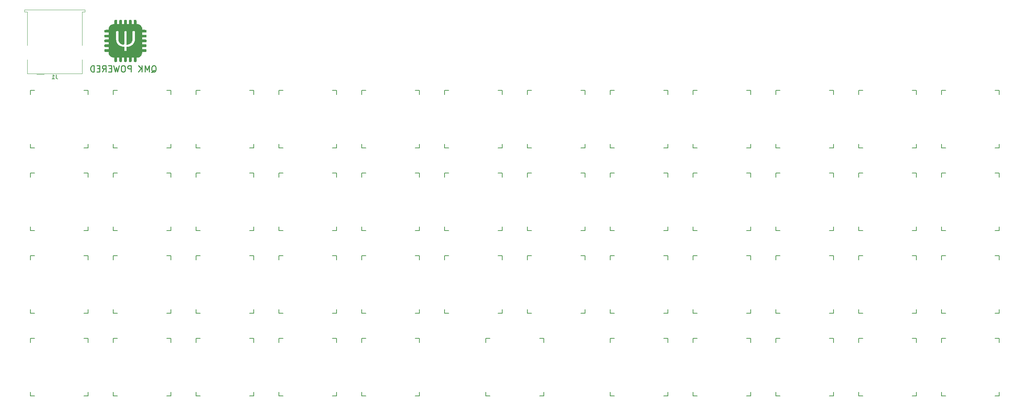
<source format=gbr>
G04 #@! TF.GenerationSoftware,KiCad,Pcbnew,5.1.12-84ad8e8a86~92~ubuntu20.04.1*
G04 #@! TF.CreationDate,2021-12-05T18:43:19-05:00*
G04 #@! TF.ProjectId,Keyboard_JPP,4b657962-6f61-4726-945f-4a50502e6b69,rev?*
G04 #@! TF.SameCoordinates,Original*
G04 #@! TF.FileFunction,Legend,Bot*
G04 #@! TF.FilePolarity,Positive*
%FSLAX46Y46*%
G04 Gerber Fmt 4.6, Leading zero omitted, Abs format (unit mm)*
G04 Created by KiCad (PCBNEW 5.1.12-84ad8e8a86~92~ubuntu20.04.1) date 2021-12-05 18:43:19*
%MOMM*%
%LPD*%
G01*
G04 APERTURE LIST*
%ADD10C,0.250000*%
%ADD11C,0.010000*%
%ADD12C,0.150000*%
%ADD13C,0.120000*%
G04 APERTURE END LIST*
D10*
X59689142Y-49081428D02*
X59832000Y-49010000D01*
X59974857Y-48867142D01*
X60189142Y-48652857D01*
X60332000Y-48581428D01*
X60474857Y-48581428D01*
X60403428Y-48938571D02*
X60546285Y-48867142D01*
X60689142Y-48724285D01*
X60760571Y-48438571D01*
X60760571Y-47938571D01*
X60689142Y-47652857D01*
X60546285Y-47510000D01*
X60403428Y-47438571D01*
X60117714Y-47438571D01*
X59974857Y-47510000D01*
X59832000Y-47652857D01*
X59760571Y-47938571D01*
X59760571Y-48438571D01*
X59832000Y-48724285D01*
X59974857Y-48867142D01*
X60117714Y-48938571D01*
X60403428Y-48938571D01*
X59117714Y-48938571D02*
X59117714Y-47438571D01*
X58617714Y-48510000D01*
X58117714Y-47438571D01*
X58117714Y-48938571D01*
X57403428Y-48938571D02*
X57403428Y-47438571D01*
X56546285Y-48938571D02*
X57189142Y-48081428D01*
X56546285Y-47438571D02*
X57403428Y-48295714D01*
X54760571Y-48938571D02*
X54760571Y-47438571D01*
X54189142Y-47438571D01*
X54046285Y-47510000D01*
X53974857Y-47581428D01*
X53903428Y-47724285D01*
X53903428Y-47938571D01*
X53974857Y-48081428D01*
X54046285Y-48152857D01*
X54189142Y-48224285D01*
X54760571Y-48224285D01*
X52974857Y-47438571D02*
X52689142Y-47438571D01*
X52546285Y-47510000D01*
X52403428Y-47652857D01*
X52332000Y-47938571D01*
X52332000Y-48438571D01*
X52403428Y-48724285D01*
X52546285Y-48867142D01*
X52689142Y-48938571D01*
X52974857Y-48938571D01*
X53117714Y-48867142D01*
X53260571Y-48724285D01*
X53332000Y-48438571D01*
X53332000Y-47938571D01*
X53260571Y-47652857D01*
X53117714Y-47510000D01*
X52974857Y-47438571D01*
X51832000Y-47438571D02*
X51474857Y-48938571D01*
X51189142Y-47867142D01*
X50903428Y-48938571D01*
X50546285Y-47438571D01*
X49974857Y-48152857D02*
X49474857Y-48152857D01*
X49260571Y-48938571D02*
X49974857Y-48938571D01*
X49974857Y-47438571D01*
X49260571Y-47438571D01*
X47760571Y-48938571D02*
X48260571Y-48224285D01*
X48617714Y-48938571D02*
X48617714Y-47438571D01*
X48046285Y-47438571D01*
X47903428Y-47510000D01*
X47832000Y-47581428D01*
X47760571Y-47724285D01*
X47760571Y-47938571D01*
X47832000Y-48081428D01*
X47903428Y-48152857D01*
X48046285Y-48224285D01*
X48617714Y-48224285D01*
X47117714Y-48152857D02*
X46617714Y-48152857D01*
X46403428Y-48938571D02*
X47117714Y-48938571D01*
X47117714Y-47438571D01*
X46403428Y-47438571D01*
X45760571Y-48938571D02*
X45760571Y-47438571D01*
X45403428Y-47438571D01*
X45189142Y-47510000D01*
X45046285Y-47652857D01*
X44974857Y-47795714D01*
X44903428Y-48081428D01*
X44903428Y-48295714D01*
X44974857Y-48581428D01*
X45046285Y-48724285D01*
X45189142Y-48867142D01*
X45403428Y-48938571D01*
X45760571Y-48938571D01*
D11*
G36*
X53188462Y-36332472D02*
G01*
X53105945Y-36370072D01*
X53087277Y-36392185D01*
X53072852Y-36454297D01*
X53060992Y-36572310D01*
X53052886Y-36729567D01*
X53049722Y-36909411D01*
X53049715Y-36918328D01*
X53049715Y-37374285D01*
X52474766Y-37374285D01*
X52462883Y-36883034D01*
X52456743Y-36670744D01*
X52446576Y-36520327D01*
X52426851Y-36421101D01*
X52392038Y-36362382D01*
X52336608Y-36333488D01*
X52255031Y-36323736D01*
X52172754Y-36322555D01*
X52063964Y-36322851D01*
X51987195Y-36331729D01*
X51936872Y-36359931D01*
X51907422Y-36418196D01*
X51893271Y-36517265D01*
X51888845Y-36667878D01*
X51888572Y-36870167D01*
X51888572Y-37374285D01*
X51271715Y-37374285D01*
X51271715Y-36891685D01*
X51268459Y-36656004D01*
X51258570Y-36490427D01*
X51241868Y-36392774D01*
X51228172Y-36365542D01*
X51170048Y-36341808D01*
X51065434Y-36325993D01*
X50973274Y-36322000D01*
X50852544Y-36324938D01*
X50783849Y-36338899D01*
X50746727Y-36371602D01*
X50726531Y-36415076D01*
X50712461Y-36487665D01*
X50701042Y-36614303D01*
X50693529Y-36776483D01*
X50691143Y-36937253D01*
X50691143Y-37366353D01*
X50428072Y-37380174D01*
X50164953Y-37418181D01*
X49939327Y-37507754D01*
X49731620Y-37657669D01*
X49661775Y-37723774D01*
X49489401Y-37929849D01*
X49380345Y-38147203D01*
X49325832Y-38395412D01*
X49318175Y-38490071D01*
X49304354Y-38753142D01*
X48875254Y-38753142D01*
X48696926Y-38756077D01*
X48537511Y-38764044D01*
X48415518Y-38775789D01*
X48353077Y-38788530D01*
X48300402Y-38815230D01*
X48272488Y-38857546D01*
X48261615Y-38935939D01*
X48260000Y-39035273D01*
X48267085Y-39157563D01*
X48285380Y-39252623D01*
X48303543Y-39290171D01*
X48360603Y-39311142D01*
X48484249Y-39325189D01*
X48676662Y-39332493D01*
X48829686Y-39333714D01*
X49312286Y-39333714D01*
X49312286Y-39950571D01*
X48808168Y-39950571D01*
X48598178Y-39950909D01*
X48450009Y-39955639D01*
X48352920Y-39970335D01*
X48296173Y-40000570D01*
X48269026Y-40051919D01*
X48260739Y-40129954D01*
X48260556Y-40234753D01*
X48262934Y-40339735D01*
X48276388Y-40414394D01*
X48311601Y-40464261D01*
X48379256Y-40494865D01*
X48490037Y-40511738D01*
X48654625Y-40520407D01*
X48821035Y-40524882D01*
X49312286Y-40536765D01*
X49312286Y-41111714D01*
X48856329Y-41111714D01*
X48675819Y-41114610D01*
X48517097Y-41122507D01*
X48396819Y-41134214D01*
X48331643Y-41148543D01*
X48330186Y-41149276D01*
X48283741Y-41210216D01*
X48258307Y-41314991D01*
X48253884Y-41437974D01*
X48270473Y-41553538D01*
X48308073Y-41636055D01*
X48330186Y-41654723D01*
X48392298Y-41669148D01*
X48510311Y-41681008D01*
X48667568Y-41689114D01*
X48847412Y-41692278D01*
X48856329Y-41692285D01*
X49312286Y-41692285D01*
X49312286Y-42267234D01*
X48821035Y-42279117D01*
X48608745Y-42285257D01*
X48458328Y-42295424D01*
X48359102Y-42315149D01*
X48300383Y-42349962D01*
X48271489Y-42405392D01*
X48261737Y-42486969D01*
X48260556Y-42569246D01*
X48260852Y-42678036D01*
X48269730Y-42754805D01*
X48297932Y-42805128D01*
X48356197Y-42834578D01*
X48455266Y-42848729D01*
X48605879Y-42853155D01*
X48808168Y-42853428D01*
X49312286Y-42853428D01*
X49312286Y-43470285D01*
X48829686Y-43470285D01*
X48594005Y-43473541D01*
X48428428Y-43483430D01*
X48330775Y-43500132D01*
X48303543Y-43513828D01*
X48279809Y-43571952D01*
X48263994Y-43676566D01*
X48260000Y-43768726D01*
X48262939Y-43889456D01*
X48276900Y-43958151D01*
X48309603Y-43995273D01*
X48353077Y-44015469D01*
X48425666Y-44029539D01*
X48552304Y-44040958D01*
X48714484Y-44048471D01*
X48875254Y-44050857D01*
X49304354Y-44050857D01*
X49318175Y-44313928D01*
X49356182Y-44577047D01*
X49445755Y-44802673D01*
X49595670Y-45010380D01*
X49661775Y-45080225D01*
X49867850Y-45252599D01*
X50085204Y-45361655D01*
X50333413Y-45416168D01*
X50428072Y-45423825D01*
X50691143Y-45437646D01*
X50691143Y-45866746D01*
X50694078Y-46045074D01*
X50702045Y-46204489D01*
X50713790Y-46326482D01*
X50726531Y-46388923D01*
X50753231Y-46441598D01*
X50795547Y-46469512D01*
X50873940Y-46480385D01*
X50973274Y-46482000D01*
X51095564Y-46474915D01*
X51190624Y-46456620D01*
X51228172Y-46438457D01*
X51249143Y-46381397D01*
X51263190Y-46257751D01*
X51270494Y-46065338D01*
X51271715Y-45912314D01*
X51271715Y-45429714D01*
X51888572Y-45429714D01*
X51888572Y-45933832D01*
X51888910Y-46143822D01*
X51893640Y-46291991D01*
X51908336Y-46389080D01*
X51938571Y-46445827D01*
X51989920Y-46472974D01*
X52067955Y-46481261D01*
X52172754Y-46481444D01*
X52277736Y-46479066D01*
X52352395Y-46465612D01*
X52402262Y-46430399D01*
X52432866Y-46362744D01*
X52449739Y-46251963D01*
X52458408Y-46087375D01*
X52462883Y-45920965D01*
X52474766Y-45429714D01*
X53049715Y-45429714D01*
X53049715Y-45885671D01*
X53052611Y-46066181D01*
X53060508Y-46224903D01*
X53072215Y-46345181D01*
X53086544Y-46410357D01*
X53087277Y-46411814D01*
X53123006Y-46452764D01*
X53186933Y-46474272D01*
X53298403Y-46481707D01*
X53340000Y-46482000D01*
X53467950Y-46477494D01*
X53543033Y-46460395D01*
X53584594Y-46425332D01*
X53592724Y-46411814D01*
X53607149Y-46349702D01*
X53619009Y-46231689D01*
X53627115Y-46074432D01*
X53630279Y-45894588D01*
X53630286Y-45885671D01*
X53630286Y-45429714D01*
X54205235Y-45429714D01*
X54217118Y-45920965D01*
X54223258Y-46133255D01*
X54233425Y-46283672D01*
X54253150Y-46382898D01*
X54287963Y-46441617D01*
X54343393Y-46470511D01*
X54424970Y-46480263D01*
X54507247Y-46481444D01*
X54616037Y-46481148D01*
X54692806Y-46472270D01*
X54743129Y-46444068D01*
X54772579Y-46385803D01*
X54786730Y-46286734D01*
X54791156Y-46136121D01*
X54791429Y-45933832D01*
X54791429Y-45429714D01*
X55408286Y-45429714D01*
X55408286Y-45912314D01*
X55411542Y-46147995D01*
X55421431Y-46313572D01*
X55438133Y-46411225D01*
X55451829Y-46438457D01*
X55509953Y-46462191D01*
X55614567Y-46478006D01*
X55706727Y-46482000D01*
X55827457Y-46479061D01*
X55896152Y-46465100D01*
X55933274Y-46432397D01*
X55953470Y-46388923D01*
X55967540Y-46316334D01*
X55978959Y-46189696D01*
X55986472Y-46027516D01*
X55988858Y-45866746D01*
X55988858Y-45437646D01*
X56251929Y-45423825D01*
X56515048Y-45385818D01*
X56740674Y-45296245D01*
X56948381Y-45146330D01*
X57018226Y-45080225D01*
X57190600Y-44874150D01*
X57299656Y-44656796D01*
X57354169Y-44408587D01*
X57361826Y-44313928D01*
X57375647Y-44050857D01*
X57804747Y-44050857D01*
X57983075Y-44047922D01*
X58142490Y-44039955D01*
X58264483Y-44028210D01*
X58326924Y-44015469D01*
X58379599Y-43988769D01*
X58407513Y-43946453D01*
X58418386Y-43868060D01*
X58420000Y-43768726D01*
X58412916Y-43646436D01*
X58394621Y-43551376D01*
X58376458Y-43513828D01*
X58319398Y-43492857D01*
X58195752Y-43478810D01*
X58003339Y-43471506D01*
X57850315Y-43470285D01*
X57367715Y-43470285D01*
X57367715Y-42853428D01*
X57871833Y-42853428D01*
X58081823Y-42853090D01*
X58229992Y-42848360D01*
X58327081Y-42833664D01*
X58383828Y-42803429D01*
X58410975Y-42752080D01*
X58419262Y-42674045D01*
X58419445Y-42569246D01*
X58417067Y-42464264D01*
X58403613Y-42389605D01*
X58368400Y-42339738D01*
X58300745Y-42309134D01*
X58189964Y-42292261D01*
X58025376Y-42283592D01*
X57858966Y-42279117D01*
X57367715Y-42267234D01*
X57367715Y-41692285D01*
X57823672Y-41692285D01*
X58004182Y-41689389D01*
X58162904Y-41681492D01*
X58283182Y-41669785D01*
X58348358Y-41655456D01*
X58349815Y-41654723D01*
X58396260Y-41593783D01*
X58421693Y-41489008D01*
X58426116Y-41366025D01*
X58409528Y-41250461D01*
X58371928Y-41167944D01*
X58349815Y-41149276D01*
X58287703Y-41134851D01*
X58169690Y-41122991D01*
X58012433Y-41114885D01*
X57832589Y-41111721D01*
X57823672Y-41111714D01*
X57367715Y-41111714D01*
X57367715Y-40536765D01*
X57858966Y-40524882D01*
X58071256Y-40518742D01*
X58221673Y-40508575D01*
X58320899Y-40488850D01*
X58379618Y-40454037D01*
X58408512Y-40398607D01*
X58418264Y-40317030D01*
X58419445Y-40234753D01*
X58419149Y-40125963D01*
X58410271Y-40049194D01*
X58401686Y-40033875D01*
X55661697Y-40033875D01*
X55661628Y-40287585D01*
X55659245Y-40538289D01*
X55654487Y-40775193D01*
X55647291Y-40987503D01*
X55637598Y-41164428D01*
X55629432Y-41260131D01*
X55558963Y-41621203D01*
X55429581Y-41941706D01*
X55244408Y-42218737D01*
X55006563Y-42449390D01*
X54719168Y-42630761D01*
X54385341Y-42759945D01*
X54008204Y-42834038D01*
X53930317Y-42841782D01*
X53666572Y-42864077D01*
X53666572Y-43328664D01*
X53665427Y-43523463D01*
X53660950Y-43658080D01*
X53651575Y-43744881D01*
X53635735Y-43796233D01*
X53611866Y-43824504D01*
X53603072Y-43830236D01*
X53519277Y-43854713D01*
X53394060Y-43866245D01*
X53257422Y-43864739D01*
X53139365Y-43850101D01*
X53083615Y-43831866D01*
X53054567Y-43810295D01*
X53034810Y-43773879D01*
X53022585Y-43710021D01*
X53016133Y-43606128D01*
X53013696Y-43449604D01*
X53013429Y-43329190D01*
X53013429Y-42864077D01*
X52748443Y-42841677D01*
X52416566Y-42783704D01*
X52099384Y-42671342D01*
X51808853Y-42511918D01*
X51556926Y-42312758D01*
X51355560Y-42081186D01*
X51265743Y-41933162D01*
X51206736Y-41814751D01*
X51159096Y-41705876D01*
X51121457Y-41596819D01*
X51092453Y-41477865D01*
X51070719Y-41339295D01*
X51054888Y-41171395D01*
X51043595Y-40964448D01*
X51035474Y-40708736D01*
X51029159Y-40394543D01*
X51026542Y-40231434D01*
X51022120Y-39882412D01*
X51020717Y-39601514D01*
X51022425Y-39384354D01*
X51027332Y-39226542D01*
X51035531Y-39123693D01*
X51047110Y-39071417D01*
X51050534Y-39065748D01*
X51125265Y-39021606D01*
X51247796Y-38995125D01*
X51394793Y-38989598D01*
X51507572Y-39001271D01*
X51652715Y-39026428D01*
X51670996Y-40187000D01*
X51676176Y-40507944D01*
X51680984Y-40765099D01*
X51686136Y-40967237D01*
X51692344Y-41123132D01*
X51700324Y-41241558D01*
X51710789Y-41331288D01*
X51724455Y-41401095D01*
X51742034Y-41459753D01*
X51764242Y-41516035D01*
X51782617Y-41558023D01*
X51931311Y-41820608D01*
X52119710Y-42023239D01*
X52352044Y-42169274D01*
X52632544Y-42262072D01*
X52682739Y-42272309D01*
X52761046Y-42289527D01*
X52826052Y-42305065D01*
X52878979Y-42313016D01*
X52921054Y-42307471D01*
X52953501Y-42282521D01*
X52977544Y-42232259D01*
X52994408Y-42150776D01*
X53005319Y-42032162D01*
X53011500Y-41870510D01*
X53014177Y-41659912D01*
X53014575Y-41394459D01*
X53013917Y-41068242D01*
X53013429Y-40676977D01*
X53013429Y-39044811D01*
X53113215Y-39018731D01*
X53266453Y-38997730D01*
X53442444Y-39000762D01*
X53572665Y-39021242D01*
X53666572Y-39044811D01*
X53666572Y-42317504D01*
X53870538Y-42292020D01*
X54174058Y-42230396D01*
X54423661Y-42124992D01*
X54627172Y-41970162D01*
X54792420Y-41760259D01*
X54903093Y-41547142D01*
X54927273Y-41489461D01*
X54946688Y-41433227D01*
X54962016Y-41369700D01*
X54973939Y-41290139D01*
X54983133Y-41185803D01*
X54990280Y-41047951D01*
X54996057Y-40867843D01*
X55001145Y-40636737D01*
X55006222Y-40345893D01*
X55008784Y-40186996D01*
X55027286Y-39026422D01*
X55172429Y-39002635D01*
X55320760Y-38991519D01*
X55465625Y-39002354D01*
X55579914Y-39032074D01*
X55616929Y-39052906D01*
X55629463Y-39097995D01*
X55640050Y-39204837D01*
X55648628Y-39362639D01*
X55655136Y-39560609D01*
X55659512Y-39787952D01*
X55661697Y-40033875D01*
X58401686Y-40033875D01*
X58382069Y-39998871D01*
X58323804Y-39969421D01*
X58224735Y-39955270D01*
X58074122Y-39950844D01*
X57871833Y-39950571D01*
X57367715Y-39950571D01*
X57367715Y-39333714D01*
X57850315Y-39333714D01*
X58085996Y-39330458D01*
X58251573Y-39320569D01*
X58349226Y-39303867D01*
X58376458Y-39290171D01*
X58400192Y-39232047D01*
X58416007Y-39127433D01*
X58420000Y-39035273D01*
X58417062Y-38914543D01*
X58403101Y-38845848D01*
X58370398Y-38808726D01*
X58326924Y-38788530D01*
X58254335Y-38774460D01*
X58127697Y-38763041D01*
X57965517Y-38755528D01*
X57804747Y-38753142D01*
X57375647Y-38753142D01*
X57361826Y-38490071D01*
X57323819Y-38226952D01*
X57234246Y-38001326D01*
X57084331Y-37793619D01*
X57018226Y-37723774D01*
X56812151Y-37551400D01*
X56594797Y-37442344D01*
X56346588Y-37387831D01*
X56251929Y-37380174D01*
X55988858Y-37366353D01*
X55988858Y-36937253D01*
X55985923Y-36758925D01*
X55977956Y-36599510D01*
X55966211Y-36477517D01*
X55953470Y-36415076D01*
X55926770Y-36362401D01*
X55884454Y-36334487D01*
X55806061Y-36323614D01*
X55706727Y-36322000D01*
X55584437Y-36329084D01*
X55489377Y-36347379D01*
X55451829Y-36365542D01*
X55430858Y-36422602D01*
X55416811Y-36546248D01*
X55409507Y-36738661D01*
X55408286Y-36891685D01*
X55408286Y-37374285D01*
X54791429Y-37374285D01*
X54791429Y-36870167D01*
X54791091Y-36660177D01*
X54786361Y-36512008D01*
X54771665Y-36414919D01*
X54741430Y-36358172D01*
X54690081Y-36331025D01*
X54612046Y-36322738D01*
X54507247Y-36322555D01*
X54402265Y-36324933D01*
X54327606Y-36338387D01*
X54277739Y-36373600D01*
X54247135Y-36441255D01*
X54230262Y-36552036D01*
X54221593Y-36716624D01*
X54217118Y-36883034D01*
X54205235Y-37374285D01*
X53630286Y-37374285D01*
X53630286Y-36918328D01*
X53627390Y-36737818D01*
X53619493Y-36579096D01*
X53607786Y-36458818D01*
X53593457Y-36393642D01*
X53592724Y-36392185D01*
X53531784Y-36345740D01*
X53427009Y-36320307D01*
X53304026Y-36315884D01*
X53188462Y-36332472D01*
G37*
X53188462Y-36332472D02*
X53105945Y-36370072D01*
X53087277Y-36392185D01*
X53072852Y-36454297D01*
X53060992Y-36572310D01*
X53052886Y-36729567D01*
X53049722Y-36909411D01*
X53049715Y-36918328D01*
X53049715Y-37374285D01*
X52474766Y-37374285D01*
X52462883Y-36883034D01*
X52456743Y-36670744D01*
X52446576Y-36520327D01*
X52426851Y-36421101D01*
X52392038Y-36362382D01*
X52336608Y-36333488D01*
X52255031Y-36323736D01*
X52172754Y-36322555D01*
X52063964Y-36322851D01*
X51987195Y-36331729D01*
X51936872Y-36359931D01*
X51907422Y-36418196D01*
X51893271Y-36517265D01*
X51888845Y-36667878D01*
X51888572Y-36870167D01*
X51888572Y-37374285D01*
X51271715Y-37374285D01*
X51271715Y-36891685D01*
X51268459Y-36656004D01*
X51258570Y-36490427D01*
X51241868Y-36392774D01*
X51228172Y-36365542D01*
X51170048Y-36341808D01*
X51065434Y-36325993D01*
X50973274Y-36322000D01*
X50852544Y-36324938D01*
X50783849Y-36338899D01*
X50746727Y-36371602D01*
X50726531Y-36415076D01*
X50712461Y-36487665D01*
X50701042Y-36614303D01*
X50693529Y-36776483D01*
X50691143Y-36937253D01*
X50691143Y-37366353D01*
X50428072Y-37380174D01*
X50164953Y-37418181D01*
X49939327Y-37507754D01*
X49731620Y-37657669D01*
X49661775Y-37723774D01*
X49489401Y-37929849D01*
X49380345Y-38147203D01*
X49325832Y-38395412D01*
X49318175Y-38490071D01*
X49304354Y-38753142D01*
X48875254Y-38753142D01*
X48696926Y-38756077D01*
X48537511Y-38764044D01*
X48415518Y-38775789D01*
X48353077Y-38788530D01*
X48300402Y-38815230D01*
X48272488Y-38857546D01*
X48261615Y-38935939D01*
X48260000Y-39035273D01*
X48267085Y-39157563D01*
X48285380Y-39252623D01*
X48303543Y-39290171D01*
X48360603Y-39311142D01*
X48484249Y-39325189D01*
X48676662Y-39332493D01*
X48829686Y-39333714D01*
X49312286Y-39333714D01*
X49312286Y-39950571D01*
X48808168Y-39950571D01*
X48598178Y-39950909D01*
X48450009Y-39955639D01*
X48352920Y-39970335D01*
X48296173Y-40000570D01*
X48269026Y-40051919D01*
X48260739Y-40129954D01*
X48260556Y-40234753D01*
X48262934Y-40339735D01*
X48276388Y-40414394D01*
X48311601Y-40464261D01*
X48379256Y-40494865D01*
X48490037Y-40511738D01*
X48654625Y-40520407D01*
X48821035Y-40524882D01*
X49312286Y-40536765D01*
X49312286Y-41111714D01*
X48856329Y-41111714D01*
X48675819Y-41114610D01*
X48517097Y-41122507D01*
X48396819Y-41134214D01*
X48331643Y-41148543D01*
X48330186Y-41149276D01*
X48283741Y-41210216D01*
X48258307Y-41314991D01*
X48253884Y-41437974D01*
X48270473Y-41553538D01*
X48308073Y-41636055D01*
X48330186Y-41654723D01*
X48392298Y-41669148D01*
X48510311Y-41681008D01*
X48667568Y-41689114D01*
X48847412Y-41692278D01*
X48856329Y-41692285D01*
X49312286Y-41692285D01*
X49312286Y-42267234D01*
X48821035Y-42279117D01*
X48608745Y-42285257D01*
X48458328Y-42295424D01*
X48359102Y-42315149D01*
X48300383Y-42349962D01*
X48271489Y-42405392D01*
X48261737Y-42486969D01*
X48260556Y-42569246D01*
X48260852Y-42678036D01*
X48269730Y-42754805D01*
X48297932Y-42805128D01*
X48356197Y-42834578D01*
X48455266Y-42848729D01*
X48605879Y-42853155D01*
X48808168Y-42853428D01*
X49312286Y-42853428D01*
X49312286Y-43470285D01*
X48829686Y-43470285D01*
X48594005Y-43473541D01*
X48428428Y-43483430D01*
X48330775Y-43500132D01*
X48303543Y-43513828D01*
X48279809Y-43571952D01*
X48263994Y-43676566D01*
X48260000Y-43768726D01*
X48262939Y-43889456D01*
X48276900Y-43958151D01*
X48309603Y-43995273D01*
X48353077Y-44015469D01*
X48425666Y-44029539D01*
X48552304Y-44040958D01*
X48714484Y-44048471D01*
X48875254Y-44050857D01*
X49304354Y-44050857D01*
X49318175Y-44313928D01*
X49356182Y-44577047D01*
X49445755Y-44802673D01*
X49595670Y-45010380D01*
X49661775Y-45080225D01*
X49867850Y-45252599D01*
X50085204Y-45361655D01*
X50333413Y-45416168D01*
X50428072Y-45423825D01*
X50691143Y-45437646D01*
X50691143Y-45866746D01*
X50694078Y-46045074D01*
X50702045Y-46204489D01*
X50713790Y-46326482D01*
X50726531Y-46388923D01*
X50753231Y-46441598D01*
X50795547Y-46469512D01*
X50873940Y-46480385D01*
X50973274Y-46482000D01*
X51095564Y-46474915D01*
X51190624Y-46456620D01*
X51228172Y-46438457D01*
X51249143Y-46381397D01*
X51263190Y-46257751D01*
X51270494Y-46065338D01*
X51271715Y-45912314D01*
X51271715Y-45429714D01*
X51888572Y-45429714D01*
X51888572Y-45933832D01*
X51888910Y-46143822D01*
X51893640Y-46291991D01*
X51908336Y-46389080D01*
X51938571Y-46445827D01*
X51989920Y-46472974D01*
X52067955Y-46481261D01*
X52172754Y-46481444D01*
X52277736Y-46479066D01*
X52352395Y-46465612D01*
X52402262Y-46430399D01*
X52432866Y-46362744D01*
X52449739Y-46251963D01*
X52458408Y-46087375D01*
X52462883Y-45920965D01*
X52474766Y-45429714D01*
X53049715Y-45429714D01*
X53049715Y-45885671D01*
X53052611Y-46066181D01*
X53060508Y-46224903D01*
X53072215Y-46345181D01*
X53086544Y-46410357D01*
X53087277Y-46411814D01*
X53123006Y-46452764D01*
X53186933Y-46474272D01*
X53298403Y-46481707D01*
X53340000Y-46482000D01*
X53467950Y-46477494D01*
X53543033Y-46460395D01*
X53584594Y-46425332D01*
X53592724Y-46411814D01*
X53607149Y-46349702D01*
X53619009Y-46231689D01*
X53627115Y-46074432D01*
X53630279Y-45894588D01*
X53630286Y-45885671D01*
X53630286Y-45429714D01*
X54205235Y-45429714D01*
X54217118Y-45920965D01*
X54223258Y-46133255D01*
X54233425Y-46283672D01*
X54253150Y-46382898D01*
X54287963Y-46441617D01*
X54343393Y-46470511D01*
X54424970Y-46480263D01*
X54507247Y-46481444D01*
X54616037Y-46481148D01*
X54692806Y-46472270D01*
X54743129Y-46444068D01*
X54772579Y-46385803D01*
X54786730Y-46286734D01*
X54791156Y-46136121D01*
X54791429Y-45933832D01*
X54791429Y-45429714D01*
X55408286Y-45429714D01*
X55408286Y-45912314D01*
X55411542Y-46147995D01*
X55421431Y-46313572D01*
X55438133Y-46411225D01*
X55451829Y-46438457D01*
X55509953Y-46462191D01*
X55614567Y-46478006D01*
X55706727Y-46482000D01*
X55827457Y-46479061D01*
X55896152Y-46465100D01*
X55933274Y-46432397D01*
X55953470Y-46388923D01*
X55967540Y-46316334D01*
X55978959Y-46189696D01*
X55986472Y-46027516D01*
X55988858Y-45866746D01*
X55988858Y-45437646D01*
X56251929Y-45423825D01*
X56515048Y-45385818D01*
X56740674Y-45296245D01*
X56948381Y-45146330D01*
X57018226Y-45080225D01*
X57190600Y-44874150D01*
X57299656Y-44656796D01*
X57354169Y-44408587D01*
X57361826Y-44313928D01*
X57375647Y-44050857D01*
X57804747Y-44050857D01*
X57983075Y-44047922D01*
X58142490Y-44039955D01*
X58264483Y-44028210D01*
X58326924Y-44015469D01*
X58379599Y-43988769D01*
X58407513Y-43946453D01*
X58418386Y-43868060D01*
X58420000Y-43768726D01*
X58412916Y-43646436D01*
X58394621Y-43551376D01*
X58376458Y-43513828D01*
X58319398Y-43492857D01*
X58195752Y-43478810D01*
X58003339Y-43471506D01*
X57850315Y-43470285D01*
X57367715Y-43470285D01*
X57367715Y-42853428D01*
X57871833Y-42853428D01*
X58081823Y-42853090D01*
X58229992Y-42848360D01*
X58327081Y-42833664D01*
X58383828Y-42803429D01*
X58410975Y-42752080D01*
X58419262Y-42674045D01*
X58419445Y-42569246D01*
X58417067Y-42464264D01*
X58403613Y-42389605D01*
X58368400Y-42339738D01*
X58300745Y-42309134D01*
X58189964Y-42292261D01*
X58025376Y-42283592D01*
X57858966Y-42279117D01*
X57367715Y-42267234D01*
X57367715Y-41692285D01*
X57823672Y-41692285D01*
X58004182Y-41689389D01*
X58162904Y-41681492D01*
X58283182Y-41669785D01*
X58348358Y-41655456D01*
X58349815Y-41654723D01*
X58396260Y-41593783D01*
X58421693Y-41489008D01*
X58426116Y-41366025D01*
X58409528Y-41250461D01*
X58371928Y-41167944D01*
X58349815Y-41149276D01*
X58287703Y-41134851D01*
X58169690Y-41122991D01*
X58012433Y-41114885D01*
X57832589Y-41111721D01*
X57823672Y-41111714D01*
X57367715Y-41111714D01*
X57367715Y-40536765D01*
X57858966Y-40524882D01*
X58071256Y-40518742D01*
X58221673Y-40508575D01*
X58320899Y-40488850D01*
X58379618Y-40454037D01*
X58408512Y-40398607D01*
X58418264Y-40317030D01*
X58419445Y-40234753D01*
X58419149Y-40125963D01*
X58410271Y-40049194D01*
X58401686Y-40033875D01*
X55661697Y-40033875D01*
X55661628Y-40287585D01*
X55659245Y-40538289D01*
X55654487Y-40775193D01*
X55647291Y-40987503D01*
X55637598Y-41164428D01*
X55629432Y-41260131D01*
X55558963Y-41621203D01*
X55429581Y-41941706D01*
X55244408Y-42218737D01*
X55006563Y-42449390D01*
X54719168Y-42630761D01*
X54385341Y-42759945D01*
X54008204Y-42834038D01*
X53930317Y-42841782D01*
X53666572Y-42864077D01*
X53666572Y-43328664D01*
X53665427Y-43523463D01*
X53660950Y-43658080D01*
X53651575Y-43744881D01*
X53635735Y-43796233D01*
X53611866Y-43824504D01*
X53603072Y-43830236D01*
X53519277Y-43854713D01*
X53394060Y-43866245D01*
X53257422Y-43864739D01*
X53139365Y-43850101D01*
X53083615Y-43831866D01*
X53054567Y-43810295D01*
X53034810Y-43773879D01*
X53022585Y-43710021D01*
X53016133Y-43606128D01*
X53013696Y-43449604D01*
X53013429Y-43329190D01*
X53013429Y-42864077D01*
X52748443Y-42841677D01*
X52416566Y-42783704D01*
X52099384Y-42671342D01*
X51808853Y-42511918D01*
X51556926Y-42312758D01*
X51355560Y-42081186D01*
X51265743Y-41933162D01*
X51206736Y-41814751D01*
X51159096Y-41705876D01*
X51121457Y-41596819D01*
X51092453Y-41477865D01*
X51070719Y-41339295D01*
X51054888Y-41171395D01*
X51043595Y-40964448D01*
X51035474Y-40708736D01*
X51029159Y-40394543D01*
X51026542Y-40231434D01*
X51022120Y-39882412D01*
X51020717Y-39601514D01*
X51022425Y-39384354D01*
X51027332Y-39226542D01*
X51035531Y-39123693D01*
X51047110Y-39071417D01*
X51050534Y-39065748D01*
X51125265Y-39021606D01*
X51247796Y-38995125D01*
X51394793Y-38989598D01*
X51507572Y-39001271D01*
X51652715Y-39026428D01*
X51670996Y-40187000D01*
X51676176Y-40507944D01*
X51680984Y-40765099D01*
X51686136Y-40967237D01*
X51692344Y-41123132D01*
X51700324Y-41241558D01*
X51710789Y-41331288D01*
X51724455Y-41401095D01*
X51742034Y-41459753D01*
X51764242Y-41516035D01*
X51782617Y-41558023D01*
X51931311Y-41820608D01*
X52119710Y-42023239D01*
X52352044Y-42169274D01*
X52632544Y-42262072D01*
X52682739Y-42272309D01*
X52761046Y-42289527D01*
X52826052Y-42305065D01*
X52878979Y-42313016D01*
X52921054Y-42307471D01*
X52953501Y-42282521D01*
X52977544Y-42232259D01*
X52994408Y-42150776D01*
X53005319Y-42032162D01*
X53011500Y-41870510D01*
X53014177Y-41659912D01*
X53014575Y-41394459D01*
X53013917Y-41068242D01*
X53013429Y-40676977D01*
X53013429Y-39044811D01*
X53113215Y-39018731D01*
X53266453Y-38997730D01*
X53442444Y-39000762D01*
X53572665Y-39021242D01*
X53666572Y-39044811D01*
X53666572Y-42317504D01*
X53870538Y-42292020D01*
X54174058Y-42230396D01*
X54423661Y-42124992D01*
X54627172Y-41970162D01*
X54792420Y-41760259D01*
X54903093Y-41547142D01*
X54927273Y-41489461D01*
X54946688Y-41433227D01*
X54962016Y-41369700D01*
X54973939Y-41290139D01*
X54983133Y-41185803D01*
X54990280Y-41047951D01*
X54996057Y-40867843D01*
X55001145Y-40636737D01*
X55006222Y-40345893D01*
X55008784Y-40186996D01*
X55027286Y-39026422D01*
X55172429Y-39002635D01*
X55320760Y-38991519D01*
X55465625Y-39002354D01*
X55579914Y-39032074D01*
X55616929Y-39052906D01*
X55629463Y-39097995D01*
X55640050Y-39204837D01*
X55648628Y-39362639D01*
X55655136Y-39560609D01*
X55659512Y-39787952D01*
X55661697Y-40033875D01*
X58401686Y-40033875D01*
X58382069Y-39998871D01*
X58323804Y-39969421D01*
X58224735Y-39955270D01*
X58074122Y-39950844D01*
X57871833Y-39950571D01*
X57367715Y-39950571D01*
X57367715Y-39333714D01*
X57850315Y-39333714D01*
X58085996Y-39330458D01*
X58251573Y-39320569D01*
X58349226Y-39303867D01*
X58376458Y-39290171D01*
X58400192Y-39232047D01*
X58416007Y-39127433D01*
X58420000Y-39035273D01*
X58417062Y-38914543D01*
X58403101Y-38845848D01*
X58370398Y-38808726D01*
X58326924Y-38788530D01*
X58254335Y-38774460D01*
X58127697Y-38763041D01*
X57965517Y-38755528D01*
X57804747Y-38753142D01*
X57375647Y-38753142D01*
X57361826Y-38490071D01*
X57323819Y-38226952D01*
X57234246Y-38001326D01*
X57084331Y-37793619D01*
X57018226Y-37723774D01*
X56812151Y-37551400D01*
X56594797Y-37442344D01*
X56346588Y-37387831D01*
X56251929Y-37380174D01*
X55988858Y-37366353D01*
X55988858Y-36937253D01*
X55985923Y-36758925D01*
X55977956Y-36599510D01*
X55966211Y-36477517D01*
X55953470Y-36415076D01*
X55926770Y-36362401D01*
X55884454Y-36334487D01*
X55806061Y-36323614D01*
X55706727Y-36322000D01*
X55584437Y-36329084D01*
X55489377Y-36347379D01*
X55451829Y-36365542D01*
X55430858Y-36422602D01*
X55416811Y-36546248D01*
X55409507Y-36738661D01*
X55408286Y-36891685D01*
X55408286Y-37374285D01*
X54791429Y-37374285D01*
X54791429Y-36870167D01*
X54791091Y-36660177D01*
X54786361Y-36512008D01*
X54771665Y-36414919D01*
X54741430Y-36358172D01*
X54690081Y-36331025D01*
X54612046Y-36322738D01*
X54507247Y-36322555D01*
X54402265Y-36324933D01*
X54327606Y-36338387D01*
X54277739Y-36373600D01*
X54247135Y-36441255D01*
X54230262Y-36552036D01*
X54221593Y-36716624D01*
X54217118Y-36883034D01*
X54205235Y-37374285D01*
X53630286Y-37374285D01*
X53630286Y-36918328D01*
X53627390Y-36737818D01*
X53619493Y-36579096D01*
X53607786Y-36458818D01*
X53593457Y-36393642D01*
X53592724Y-36392185D01*
X53531784Y-36345740D01*
X53427009Y-36320307D01*
X53304026Y-36315884D01*
X53188462Y-36332472D01*
D12*
X44338000Y-114650000D02*
X44338000Y-113650000D01*
X44338000Y-127650000D02*
X43338000Y-127650000D01*
X43338000Y-113650000D02*
X44338000Y-113650000D01*
X44338000Y-127650000D02*
X44338000Y-126650000D01*
X30338000Y-126650000D02*
X30338000Y-127650000D01*
X30338000Y-113650000D02*
X31338000Y-113650000D01*
X31338000Y-127650000D02*
X30338000Y-127650000D01*
X30338000Y-113650000D02*
X30338000Y-114650000D01*
X44338000Y-94584000D02*
X44338000Y-93584000D01*
X44338000Y-107584000D02*
X43338000Y-107584000D01*
X43338000Y-93584000D02*
X44338000Y-93584000D01*
X44338000Y-107584000D02*
X44338000Y-106584000D01*
X30338000Y-106584000D02*
X30338000Y-107584000D01*
X30338000Y-93584000D02*
X31338000Y-93584000D01*
X31338000Y-107584000D02*
X30338000Y-107584000D01*
X30338000Y-93584000D02*
X30338000Y-94584000D01*
X44338000Y-74518000D02*
X44338000Y-73518000D01*
X44338000Y-87518000D02*
X43338000Y-87518000D01*
X43338000Y-73518000D02*
X44338000Y-73518000D01*
X44338000Y-87518000D02*
X44338000Y-86518000D01*
X30338000Y-86518000D02*
X30338000Y-87518000D01*
X30338000Y-73518000D02*
X31338000Y-73518000D01*
X31338000Y-87518000D02*
X30338000Y-87518000D01*
X30338000Y-73518000D02*
X30338000Y-74518000D01*
X44338000Y-54452000D02*
X44338000Y-53452000D01*
X44338000Y-67452000D02*
X43338000Y-67452000D01*
X43338000Y-53452000D02*
X44338000Y-53452000D01*
X44338000Y-67452000D02*
X44338000Y-66452000D01*
X30338000Y-66452000D02*
X30338000Y-67452000D01*
X30338000Y-53452000D02*
X31338000Y-53452000D01*
X31338000Y-67452000D02*
X30338000Y-67452000D01*
X30338000Y-53452000D02*
X30338000Y-54452000D01*
X64404000Y-114650000D02*
X64404000Y-113650000D01*
X64404000Y-127650000D02*
X63404000Y-127650000D01*
X63404000Y-113650000D02*
X64404000Y-113650000D01*
X64404000Y-127650000D02*
X64404000Y-126650000D01*
X50404000Y-126650000D02*
X50404000Y-127650000D01*
X50404000Y-113650000D02*
X51404000Y-113650000D01*
X51404000Y-127650000D02*
X50404000Y-127650000D01*
X50404000Y-113650000D02*
X50404000Y-114650000D01*
X64404000Y-94584000D02*
X64404000Y-93584000D01*
X64404000Y-107584000D02*
X63404000Y-107584000D01*
X63404000Y-93584000D02*
X64404000Y-93584000D01*
X64404000Y-107584000D02*
X64404000Y-106584000D01*
X50404000Y-106584000D02*
X50404000Y-107584000D01*
X50404000Y-93584000D02*
X51404000Y-93584000D01*
X51404000Y-107584000D02*
X50404000Y-107584000D01*
X50404000Y-93584000D02*
X50404000Y-94584000D01*
X64404000Y-74518000D02*
X64404000Y-73518000D01*
X64404000Y-87518000D02*
X63404000Y-87518000D01*
X63404000Y-73518000D02*
X64404000Y-73518000D01*
X64404000Y-87518000D02*
X64404000Y-86518000D01*
X50404000Y-86518000D02*
X50404000Y-87518000D01*
X50404000Y-73518000D02*
X51404000Y-73518000D01*
X51404000Y-87518000D02*
X50404000Y-87518000D01*
X50404000Y-73518000D02*
X50404000Y-74518000D01*
X64404000Y-54452000D02*
X64404000Y-53452000D01*
X64404000Y-67452000D02*
X63404000Y-67452000D01*
X63404000Y-53452000D02*
X64404000Y-53452000D01*
X64404000Y-67452000D02*
X64404000Y-66452000D01*
X50404000Y-66452000D02*
X50404000Y-67452000D01*
X50404000Y-53452000D02*
X51404000Y-53452000D01*
X51404000Y-67452000D02*
X50404000Y-67452000D01*
X50404000Y-53452000D02*
X50404000Y-54452000D01*
X84470000Y-114650000D02*
X84470000Y-113650000D01*
X84470000Y-127650000D02*
X83470000Y-127650000D01*
X83470000Y-113650000D02*
X84470000Y-113650000D01*
X84470000Y-127650000D02*
X84470000Y-126650000D01*
X70470000Y-126650000D02*
X70470000Y-127650000D01*
X70470000Y-113650000D02*
X71470000Y-113650000D01*
X71470000Y-127650000D02*
X70470000Y-127650000D01*
X70470000Y-113650000D02*
X70470000Y-114650000D01*
X84470000Y-94584000D02*
X84470000Y-93584000D01*
X84470000Y-107584000D02*
X83470000Y-107584000D01*
X83470000Y-93584000D02*
X84470000Y-93584000D01*
X84470000Y-107584000D02*
X84470000Y-106584000D01*
X70470000Y-106584000D02*
X70470000Y-107584000D01*
X70470000Y-93584000D02*
X71470000Y-93584000D01*
X71470000Y-107584000D02*
X70470000Y-107584000D01*
X70470000Y-93584000D02*
X70470000Y-94584000D01*
X84470000Y-74518000D02*
X84470000Y-73518000D01*
X84470000Y-87518000D02*
X83470000Y-87518000D01*
X83470000Y-73518000D02*
X84470000Y-73518000D01*
X84470000Y-87518000D02*
X84470000Y-86518000D01*
X70470000Y-86518000D02*
X70470000Y-87518000D01*
X70470000Y-73518000D02*
X71470000Y-73518000D01*
X71470000Y-87518000D02*
X70470000Y-87518000D01*
X70470000Y-73518000D02*
X70470000Y-74518000D01*
X84470000Y-54452000D02*
X84470000Y-53452000D01*
X84470000Y-67452000D02*
X83470000Y-67452000D01*
X83470000Y-53452000D02*
X84470000Y-53452000D01*
X84470000Y-67452000D02*
X84470000Y-66452000D01*
X70470000Y-66452000D02*
X70470000Y-67452000D01*
X70470000Y-53452000D02*
X71470000Y-53452000D01*
X71470000Y-67452000D02*
X70470000Y-67452000D01*
X70470000Y-53452000D02*
X70470000Y-54452000D01*
X104536000Y-114650000D02*
X104536000Y-113650000D01*
X104536000Y-127650000D02*
X103536000Y-127650000D01*
X103536000Y-113650000D02*
X104536000Y-113650000D01*
X104536000Y-127650000D02*
X104536000Y-126650000D01*
X90536000Y-126650000D02*
X90536000Y-127650000D01*
X90536000Y-113650000D02*
X91536000Y-113650000D01*
X91536000Y-127650000D02*
X90536000Y-127650000D01*
X90536000Y-113650000D02*
X90536000Y-114650000D01*
X104536000Y-94584000D02*
X104536000Y-93584000D01*
X104536000Y-107584000D02*
X103536000Y-107584000D01*
X103536000Y-93584000D02*
X104536000Y-93584000D01*
X104536000Y-107584000D02*
X104536000Y-106584000D01*
X90536000Y-106584000D02*
X90536000Y-107584000D01*
X90536000Y-93584000D02*
X91536000Y-93584000D01*
X91536000Y-107584000D02*
X90536000Y-107584000D01*
X90536000Y-93584000D02*
X90536000Y-94584000D01*
X104536000Y-74518000D02*
X104536000Y-73518000D01*
X104536000Y-87518000D02*
X103536000Y-87518000D01*
X103536000Y-73518000D02*
X104536000Y-73518000D01*
X104536000Y-87518000D02*
X104536000Y-86518000D01*
X90536000Y-86518000D02*
X90536000Y-87518000D01*
X90536000Y-73518000D02*
X91536000Y-73518000D01*
X91536000Y-87518000D02*
X90536000Y-87518000D01*
X90536000Y-73518000D02*
X90536000Y-74518000D01*
X104536000Y-54452000D02*
X104536000Y-53452000D01*
X104536000Y-67452000D02*
X103536000Y-67452000D01*
X103536000Y-53452000D02*
X104536000Y-53452000D01*
X104536000Y-67452000D02*
X104536000Y-66452000D01*
X90536000Y-66452000D02*
X90536000Y-67452000D01*
X90536000Y-53452000D02*
X91536000Y-53452000D01*
X91536000Y-67452000D02*
X90536000Y-67452000D01*
X90536000Y-53452000D02*
X90536000Y-54452000D01*
X124602000Y-114650000D02*
X124602000Y-113650000D01*
X124602000Y-127650000D02*
X123602000Y-127650000D01*
X123602000Y-113650000D02*
X124602000Y-113650000D01*
X124602000Y-127650000D02*
X124602000Y-126650000D01*
X110602000Y-126650000D02*
X110602000Y-127650000D01*
X110602000Y-113650000D02*
X111602000Y-113650000D01*
X111602000Y-127650000D02*
X110602000Y-127650000D01*
X110602000Y-113650000D02*
X110602000Y-114650000D01*
X124602000Y-94584000D02*
X124602000Y-93584000D01*
X124602000Y-107584000D02*
X123602000Y-107584000D01*
X123602000Y-93584000D02*
X124602000Y-93584000D01*
X124602000Y-107584000D02*
X124602000Y-106584000D01*
X110602000Y-106584000D02*
X110602000Y-107584000D01*
X110602000Y-93584000D02*
X111602000Y-93584000D01*
X111602000Y-107584000D02*
X110602000Y-107584000D01*
X110602000Y-93584000D02*
X110602000Y-94584000D01*
X124602000Y-74518000D02*
X124602000Y-73518000D01*
X124602000Y-87518000D02*
X123602000Y-87518000D01*
X123602000Y-73518000D02*
X124602000Y-73518000D01*
X124602000Y-87518000D02*
X124602000Y-86518000D01*
X110602000Y-86518000D02*
X110602000Y-87518000D01*
X110602000Y-73518000D02*
X111602000Y-73518000D01*
X111602000Y-87518000D02*
X110602000Y-87518000D01*
X110602000Y-73518000D02*
X110602000Y-74518000D01*
X124602000Y-54452000D02*
X124602000Y-53452000D01*
X124602000Y-67452000D02*
X123602000Y-67452000D01*
X123602000Y-53452000D02*
X124602000Y-53452000D01*
X124602000Y-67452000D02*
X124602000Y-66452000D01*
X110602000Y-66452000D02*
X110602000Y-67452000D01*
X110602000Y-53452000D02*
X111602000Y-53452000D01*
X111602000Y-67452000D02*
X110602000Y-67452000D01*
X110602000Y-53452000D02*
X110602000Y-54452000D01*
X144668000Y-94584000D02*
X144668000Y-93584000D01*
X144668000Y-107584000D02*
X143668000Y-107584000D01*
X143668000Y-93584000D02*
X144668000Y-93584000D01*
X144668000Y-107584000D02*
X144668000Y-106584000D01*
X130668000Y-106584000D02*
X130668000Y-107584000D01*
X130668000Y-93584000D02*
X131668000Y-93584000D01*
X131668000Y-107584000D02*
X130668000Y-107584000D01*
X130668000Y-93584000D02*
X130668000Y-94584000D01*
X144668000Y-74518000D02*
X144668000Y-73518000D01*
X144668000Y-87518000D02*
X143668000Y-87518000D01*
X143668000Y-73518000D02*
X144668000Y-73518000D01*
X144668000Y-87518000D02*
X144668000Y-86518000D01*
X130668000Y-86518000D02*
X130668000Y-87518000D01*
X130668000Y-73518000D02*
X131668000Y-73518000D01*
X131668000Y-87518000D02*
X130668000Y-87518000D01*
X130668000Y-73518000D02*
X130668000Y-74518000D01*
X144668000Y-54452000D02*
X144668000Y-53452000D01*
X144668000Y-67452000D02*
X143668000Y-67452000D01*
X143668000Y-53452000D02*
X144668000Y-53452000D01*
X144668000Y-67452000D02*
X144668000Y-66452000D01*
X130668000Y-66452000D02*
X130668000Y-67452000D01*
X130668000Y-53452000D02*
X131668000Y-53452000D01*
X131668000Y-67452000D02*
X130668000Y-67452000D01*
X130668000Y-53452000D02*
X130668000Y-54452000D01*
X154701000Y-114650000D02*
X154701000Y-113650000D01*
X154701000Y-127650000D02*
X153701000Y-127650000D01*
X153701000Y-113650000D02*
X154701000Y-113650000D01*
X154701000Y-127650000D02*
X154701000Y-126650000D01*
X140701000Y-126650000D02*
X140701000Y-127650000D01*
X140701000Y-113650000D02*
X141701000Y-113650000D01*
X141701000Y-127650000D02*
X140701000Y-127650000D01*
X140701000Y-113650000D02*
X140701000Y-114650000D01*
X164734000Y-94584000D02*
X164734000Y-93584000D01*
X164734000Y-107584000D02*
X163734000Y-107584000D01*
X163734000Y-93584000D02*
X164734000Y-93584000D01*
X164734000Y-107584000D02*
X164734000Y-106584000D01*
X150734000Y-106584000D02*
X150734000Y-107584000D01*
X150734000Y-93584000D02*
X151734000Y-93584000D01*
X151734000Y-107584000D02*
X150734000Y-107584000D01*
X150734000Y-93584000D02*
X150734000Y-94584000D01*
X164734000Y-74518000D02*
X164734000Y-73518000D01*
X164734000Y-87518000D02*
X163734000Y-87518000D01*
X163734000Y-73518000D02*
X164734000Y-73518000D01*
X164734000Y-87518000D02*
X164734000Y-86518000D01*
X150734000Y-86518000D02*
X150734000Y-87518000D01*
X150734000Y-73518000D02*
X151734000Y-73518000D01*
X151734000Y-87518000D02*
X150734000Y-87518000D01*
X150734000Y-73518000D02*
X150734000Y-74518000D01*
X164734000Y-54452000D02*
X164734000Y-53452000D01*
X164734000Y-67452000D02*
X163734000Y-67452000D01*
X163734000Y-53452000D02*
X164734000Y-53452000D01*
X164734000Y-67452000D02*
X164734000Y-66452000D01*
X150734000Y-66452000D02*
X150734000Y-67452000D01*
X150734000Y-53452000D02*
X151734000Y-53452000D01*
X151734000Y-67452000D02*
X150734000Y-67452000D01*
X150734000Y-53452000D02*
X150734000Y-54452000D01*
X184800000Y-114650000D02*
X184800000Y-113650000D01*
X184800000Y-127650000D02*
X183800000Y-127650000D01*
X183800000Y-113650000D02*
X184800000Y-113650000D01*
X184800000Y-127650000D02*
X184800000Y-126650000D01*
X170800000Y-126650000D02*
X170800000Y-127650000D01*
X170800000Y-113650000D02*
X171800000Y-113650000D01*
X171800000Y-127650000D02*
X170800000Y-127650000D01*
X170800000Y-113650000D02*
X170800000Y-114650000D01*
X184800000Y-94584000D02*
X184800000Y-93584000D01*
X184800000Y-107584000D02*
X183800000Y-107584000D01*
X183800000Y-93584000D02*
X184800000Y-93584000D01*
X184800000Y-107584000D02*
X184800000Y-106584000D01*
X170800000Y-106584000D02*
X170800000Y-107584000D01*
X170800000Y-93584000D02*
X171800000Y-93584000D01*
X171800000Y-107584000D02*
X170800000Y-107584000D01*
X170800000Y-93584000D02*
X170800000Y-94584000D01*
X184800000Y-74518000D02*
X184800000Y-73518000D01*
X184800000Y-87518000D02*
X183800000Y-87518000D01*
X183800000Y-73518000D02*
X184800000Y-73518000D01*
X184800000Y-87518000D02*
X184800000Y-86518000D01*
X170800000Y-86518000D02*
X170800000Y-87518000D01*
X170800000Y-73518000D02*
X171800000Y-73518000D01*
X171800000Y-87518000D02*
X170800000Y-87518000D01*
X170800000Y-73518000D02*
X170800000Y-74518000D01*
X184800000Y-54452000D02*
X184800000Y-53452000D01*
X184800000Y-67452000D02*
X183800000Y-67452000D01*
X183800000Y-53452000D02*
X184800000Y-53452000D01*
X184800000Y-67452000D02*
X184800000Y-66452000D01*
X170800000Y-66452000D02*
X170800000Y-67452000D01*
X170800000Y-53452000D02*
X171800000Y-53452000D01*
X171800000Y-67452000D02*
X170800000Y-67452000D01*
X170800000Y-53452000D02*
X170800000Y-54452000D01*
X204866000Y-114650000D02*
X204866000Y-113650000D01*
X204866000Y-127650000D02*
X203866000Y-127650000D01*
X203866000Y-113650000D02*
X204866000Y-113650000D01*
X204866000Y-127650000D02*
X204866000Y-126650000D01*
X190866000Y-126650000D02*
X190866000Y-127650000D01*
X190866000Y-113650000D02*
X191866000Y-113650000D01*
X191866000Y-127650000D02*
X190866000Y-127650000D01*
X190866000Y-113650000D02*
X190866000Y-114650000D01*
X204866000Y-94584000D02*
X204866000Y-93584000D01*
X204866000Y-107584000D02*
X203866000Y-107584000D01*
X203866000Y-93584000D02*
X204866000Y-93584000D01*
X204866000Y-107584000D02*
X204866000Y-106584000D01*
X190866000Y-106584000D02*
X190866000Y-107584000D01*
X190866000Y-93584000D02*
X191866000Y-93584000D01*
X191866000Y-107584000D02*
X190866000Y-107584000D01*
X190866000Y-93584000D02*
X190866000Y-94584000D01*
X204866000Y-74518000D02*
X204866000Y-73518000D01*
X204866000Y-87518000D02*
X203866000Y-87518000D01*
X203866000Y-73518000D02*
X204866000Y-73518000D01*
X204866000Y-87518000D02*
X204866000Y-86518000D01*
X190866000Y-86518000D02*
X190866000Y-87518000D01*
X190866000Y-73518000D02*
X191866000Y-73518000D01*
X191866000Y-87518000D02*
X190866000Y-87518000D01*
X190866000Y-73518000D02*
X190866000Y-74518000D01*
X204866000Y-54452000D02*
X204866000Y-53452000D01*
X204866000Y-67452000D02*
X203866000Y-67452000D01*
X203866000Y-53452000D02*
X204866000Y-53452000D01*
X204866000Y-67452000D02*
X204866000Y-66452000D01*
X190866000Y-66452000D02*
X190866000Y-67452000D01*
X190866000Y-53452000D02*
X191866000Y-53452000D01*
X191866000Y-67452000D02*
X190866000Y-67452000D01*
X190866000Y-53452000D02*
X190866000Y-54452000D01*
X224932000Y-114650000D02*
X224932000Y-113650000D01*
X224932000Y-127650000D02*
X223932000Y-127650000D01*
X223932000Y-113650000D02*
X224932000Y-113650000D01*
X224932000Y-127650000D02*
X224932000Y-126650000D01*
X210932000Y-126650000D02*
X210932000Y-127650000D01*
X210932000Y-113650000D02*
X211932000Y-113650000D01*
X211932000Y-127650000D02*
X210932000Y-127650000D01*
X210932000Y-113650000D02*
X210932000Y-114650000D01*
X224932000Y-94584000D02*
X224932000Y-93584000D01*
X224932000Y-107584000D02*
X223932000Y-107584000D01*
X223932000Y-93584000D02*
X224932000Y-93584000D01*
X224932000Y-107584000D02*
X224932000Y-106584000D01*
X210932000Y-106584000D02*
X210932000Y-107584000D01*
X210932000Y-93584000D02*
X211932000Y-93584000D01*
X211932000Y-107584000D02*
X210932000Y-107584000D01*
X210932000Y-93584000D02*
X210932000Y-94584000D01*
X224932000Y-74518000D02*
X224932000Y-73518000D01*
X224932000Y-87518000D02*
X223932000Y-87518000D01*
X223932000Y-73518000D02*
X224932000Y-73518000D01*
X224932000Y-87518000D02*
X224932000Y-86518000D01*
X210932000Y-86518000D02*
X210932000Y-87518000D01*
X210932000Y-73518000D02*
X211932000Y-73518000D01*
X211932000Y-87518000D02*
X210932000Y-87518000D01*
X210932000Y-73518000D02*
X210932000Y-74518000D01*
X224932000Y-54452000D02*
X224932000Y-53452000D01*
X224932000Y-67452000D02*
X223932000Y-67452000D01*
X223932000Y-53452000D02*
X224932000Y-53452000D01*
X224932000Y-67452000D02*
X224932000Y-66452000D01*
X210932000Y-66452000D02*
X210932000Y-67452000D01*
X210932000Y-53452000D02*
X211932000Y-53452000D01*
X211932000Y-67452000D02*
X210932000Y-67452000D01*
X210932000Y-53452000D02*
X210932000Y-54452000D01*
X244998000Y-114650000D02*
X244998000Y-113650000D01*
X244998000Y-127650000D02*
X243998000Y-127650000D01*
X243998000Y-113650000D02*
X244998000Y-113650000D01*
X244998000Y-127650000D02*
X244998000Y-126650000D01*
X230998000Y-126650000D02*
X230998000Y-127650000D01*
X230998000Y-113650000D02*
X231998000Y-113650000D01*
X231998000Y-127650000D02*
X230998000Y-127650000D01*
X230998000Y-113650000D02*
X230998000Y-114650000D01*
X244998000Y-94584000D02*
X244998000Y-93584000D01*
X244998000Y-107584000D02*
X243998000Y-107584000D01*
X243998000Y-93584000D02*
X244998000Y-93584000D01*
X244998000Y-107584000D02*
X244998000Y-106584000D01*
X230998000Y-106584000D02*
X230998000Y-107584000D01*
X230998000Y-93584000D02*
X231998000Y-93584000D01*
X231998000Y-107584000D02*
X230998000Y-107584000D01*
X230998000Y-93584000D02*
X230998000Y-94584000D01*
X244998000Y-74518000D02*
X244998000Y-73518000D01*
X244998000Y-87518000D02*
X243998000Y-87518000D01*
X243998000Y-73518000D02*
X244998000Y-73518000D01*
X244998000Y-87518000D02*
X244998000Y-86518000D01*
X230998000Y-86518000D02*
X230998000Y-87518000D01*
X230998000Y-73518000D02*
X231998000Y-73518000D01*
X231998000Y-87518000D02*
X230998000Y-87518000D01*
X230998000Y-73518000D02*
X230998000Y-74518000D01*
X244998000Y-54452000D02*
X244998000Y-53452000D01*
X244998000Y-67452000D02*
X243998000Y-67452000D01*
X243998000Y-53452000D02*
X244998000Y-53452000D01*
X244998000Y-67452000D02*
X244998000Y-66452000D01*
X230998000Y-66452000D02*
X230998000Y-67452000D01*
X230998000Y-53452000D02*
X231998000Y-53452000D01*
X231998000Y-67452000D02*
X230998000Y-67452000D01*
X230998000Y-53452000D02*
X230998000Y-54452000D01*
X265064000Y-114650000D02*
X265064000Y-113650000D01*
X265064000Y-127650000D02*
X264064000Y-127650000D01*
X264064000Y-113650000D02*
X265064000Y-113650000D01*
X265064000Y-127650000D02*
X265064000Y-126650000D01*
X251064000Y-126650000D02*
X251064000Y-127650000D01*
X251064000Y-113650000D02*
X252064000Y-113650000D01*
X252064000Y-127650000D02*
X251064000Y-127650000D01*
X251064000Y-113650000D02*
X251064000Y-114650000D01*
X265064000Y-94584000D02*
X265064000Y-93584000D01*
X265064000Y-107584000D02*
X264064000Y-107584000D01*
X264064000Y-93584000D02*
X265064000Y-93584000D01*
X265064000Y-107584000D02*
X265064000Y-106584000D01*
X251064000Y-106584000D02*
X251064000Y-107584000D01*
X251064000Y-93584000D02*
X252064000Y-93584000D01*
X252064000Y-107584000D02*
X251064000Y-107584000D01*
X251064000Y-93584000D02*
X251064000Y-94584000D01*
X265064000Y-74518000D02*
X265064000Y-73518000D01*
X265064000Y-87518000D02*
X264064000Y-87518000D01*
X264064000Y-73518000D02*
X265064000Y-73518000D01*
X265064000Y-87518000D02*
X265064000Y-86518000D01*
X251064000Y-86518000D02*
X251064000Y-87518000D01*
X251064000Y-73518000D02*
X252064000Y-73518000D01*
X252064000Y-87518000D02*
X251064000Y-87518000D01*
X251064000Y-73518000D02*
X251064000Y-74518000D01*
X265064000Y-54452000D02*
X265064000Y-53452000D01*
X265064000Y-67452000D02*
X264064000Y-67452000D01*
X264064000Y-53452000D02*
X265064000Y-53452000D01*
X265064000Y-67452000D02*
X265064000Y-66452000D01*
X251064000Y-66452000D02*
X251064000Y-67452000D01*
X251064000Y-53452000D02*
X252064000Y-53452000D01*
X252064000Y-67452000D02*
X251064000Y-67452000D01*
X251064000Y-53452000D02*
X251064000Y-54452000D01*
D13*
X29606000Y-34410000D02*
X29606000Y-42520000D01*
X29606000Y-34410000D02*
X28956000Y-34410000D01*
X29606000Y-49370000D02*
X42926000Y-49370000D01*
X29606000Y-49370000D02*
X29606000Y-46040000D01*
X42926000Y-49370000D02*
X42926000Y-46040000D01*
X43576000Y-33890000D02*
X43576000Y-34410000D01*
X28956000Y-33890000D02*
X43576000Y-33890000D01*
X42926000Y-42520000D02*
X42926000Y-34410000D01*
X28956000Y-34410000D02*
X28956000Y-33890000D01*
X43576000Y-34410000D02*
X42926000Y-34410000D01*
X31866000Y-49590000D02*
X33666000Y-49590000D01*
D12*
X36599333Y-49632380D02*
X36599333Y-50346666D01*
X36646952Y-50489523D01*
X36742190Y-50584761D01*
X36885047Y-50632380D01*
X36980285Y-50632380D01*
X35599333Y-50632380D02*
X36170761Y-50632380D01*
X35885047Y-50632380D02*
X35885047Y-49632380D01*
X35980285Y-49775238D01*
X36075523Y-49870476D01*
X36170761Y-49918095D01*
M02*

</source>
